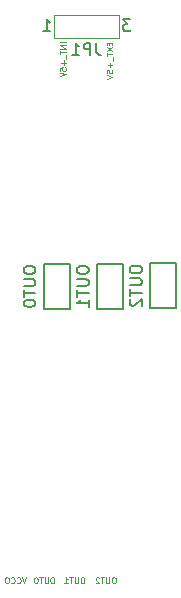
<source format=gbr>
G04 #@! TF.GenerationSoftware,KiCad,Pcbnew,(5.1.5)-3*
G04 #@! TF.CreationDate,2020-06-15T12:52:53-05:00*
G04 #@! TF.ProjectId,LightDriverShieldVer1,4c696768-7444-4726-9976-657253686965,rev?*
G04 #@! TF.SameCoordinates,Original*
G04 #@! TF.FileFunction,Legend,Bot*
G04 #@! TF.FilePolarity,Positive*
%FSLAX46Y46*%
G04 Gerber Fmt 4.6, Leading zero omitted, Abs format (unit mm)*
G04 Created by KiCad (PCBNEW (5.1.5)-3) date 2020-06-15 12:52:53*
%MOMM*%
%LPD*%
G04 APERTURE LIST*
%ADD10C,0.100000*%
%ADD11C,0.150000*%
%ADD12C,0.120000*%
G04 APERTURE END LIST*
D10*
X109464285Y-93411904D02*
X109464285Y-93578571D01*
X109726190Y-93650000D02*
X109726190Y-93411904D01*
X109226190Y-93411904D01*
X109226190Y-93650000D01*
X109226190Y-93816666D02*
X109726190Y-94150000D01*
X109226190Y-94150000D02*
X109726190Y-93816666D01*
X109226190Y-94269047D02*
X109226190Y-94554761D01*
X109726190Y-94411904D02*
X109226190Y-94411904D01*
X109773809Y-94602380D02*
X109773809Y-94983333D01*
X109535714Y-95102380D02*
X109535714Y-95483333D01*
X109726190Y-95292857D02*
X109345238Y-95292857D01*
X109226190Y-95959523D02*
X109226190Y-95721428D01*
X109464285Y-95697619D01*
X109440476Y-95721428D01*
X109416666Y-95769047D01*
X109416666Y-95888095D01*
X109440476Y-95935714D01*
X109464285Y-95959523D01*
X109511904Y-95983333D01*
X109630952Y-95983333D01*
X109678571Y-95959523D01*
X109702380Y-95935714D01*
X109726190Y-95888095D01*
X109726190Y-95769047D01*
X109702380Y-95721428D01*
X109678571Y-95697619D01*
X109226190Y-96126190D02*
X109726190Y-96292857D01*
X109226190Y-96459523D01*
X105776190Y-93395238D02*
X105276190Y-93395238D01*
X105776190Y-93633333D02*
X105276190Y-93633333D01*
X105776190Y-93919047D01*
X105276190Y-93919047D01*
X105276190Y-94085714D02*
X105276190Y-94371428D01*
X105776190Y-94228571D02*
X105276190Y-94228571D01*
X105823809Y-94419047D02*
X105823809Y-94800000D01*
X105585714Y-94919047D02*
X105585714Y-95300000D01*
X105776190Y-95109523D02*
X105395238Y-95109523D01*
X105276190Y-95776190D02*
X105276190Y-95538095D01*
X105514285Y-95514285D01*
X105490476Y-95538095D01*
X105466666Y-95585714D01*
X105466666Y-95704761D01*
X105490476Y-95752380D01*
X105514285Y-95776190D01*
X105561904Y-95800000D01*
X105680952Y-95800000D01*
X105728571Y-95776190D01*
X105752380Y-95752380D01*
X105776190Y-95704761D01*
X105776190Y-95585714D01*
X105752380Y-95538095D01*
X105728571Y-95514285D01*
X105276190Y-95942857D02*
X105776190Y-96109523D01*
X105276190Y-96276190D01*
X102428571Y-138676190D02*
X102261904Y-139176190D01*
X102095238Y-138676190D01*
X101642857Y-139128571D02*
X101666666Y-139152380D01*
X101738095Y-139176190D01*
X101785714Y-139176190D01*
X101857142Y-139152380D01*
X101904761Y-139104761D01*
X101928571Y-139057142D01*
X101952380Y-138961904D01*
X101952380Y-138890476D01*
X101928571Y-138795238D01*
X101904761Y-138747619D01*
X101857142Y-138700000D01*
X101785714Y-138676190D01*
X101738095Y-138676190D01*
X101666666Y-138700000D01*
X101642857Y-138723809D01*
X101142857Y-139128571D02*
X101166666Y-139152380D01*
X101238095Y-139176190D01*
X101285714Y-139176190D01*
X101357142Y-139152380D01*
X101404761Y-139104761D01*
X101428571Y-139057142D01*
X101452380Y-138961904D01*
X101452380Y-138890476D01*
X101428571Y-138795238D01*
X101404761Y-138747619D01*
X101357142Y-138700000D01*
X101285714Y-138676190D01*
X101238095Y-138676190D01*
X101166666Y-138700000D01*
X101142857Y-138723809D01*
X100833333Y-138676190D02*
X100738095Y-138676190D01*
X100690476Y-138700000D01*
X100642857Y-138747619D01*
X100619047Y-138842857D01*
X100619047Y-139009523D01*
X100642857Y-139104761D01*
X100690476Y-139152380D01*
X100738095Y-139176190D01*
X100833333Y-139176190D01*
X100880952Y-139152380D01*
X100928571Y-139104761D01*
X100952380Y-139009523D01*
X100952380Y-138842857D01*
X100928571Y-138747619D01*
X100880952Y-138700000D01*
X100833333Y-138676190D01*
X109888095Y-138676190D02*
X109792857Y-138676190D01*
X109745238Y-138700000D01*
X109697619Y-138747619D01*
X109673809Y-138842857D01*
X109673809Y-139009523D01*
X109697619Y-139104761D01*
X109745238Y-139152380D01*
X109792857Y-139176190D01*
X109888095Y-139176190D01*
X109935714Y-139152380D01*
X109983333Y-139104761D01*
X110007142Y-139009523D01*
X110007142Y-138842857D01*
X109983333Y-138747619D01*
X109935714Y-138700000D01*
X109888095Y-138676190D01*
X109459523Y-138676190D02*
X109459523Y-139080952D01*
X109435714Y-139128571D01*
X109411904Y-139152380D01*
X109364285Y-139176190D01*
X109269047Y-139176190D01*
X109221428Y-139152380D01*
X109197619Y-139128571D01*
X109173809Y-139080952D01*
X109173809Y-138676190D01*
X109007142Y-138676190D02*
X108721428Y-138676190D01*
X108864285Y-139176190D02*
X108864285Y-138676190D01*
X108578571Y-138723809D02*
X108554761Y-138700000D01*
X108507142Y-138676190D01*
X108388095Y-138676190D01*
X108340476Y-138700000D01*
X108316666Y-138723809D01*
X108292857Y-138771428D01*
X108292857Y-138819047D01*
X108316666Y-138890476D01*
X108602380Y-139176190D01*
X108292857Y-139176190D01*
X107238095Y-138676190D02*
X107142857Y-138676190D01*
X107095238Y-138700000D01*
X107047619Y-138747619D01*
X107023809Y-138842857D01*
X107023809Y-139009523D01*
X107047619Y-139104761D01*
X107095238Y-139152380D01*
X107142857Y-139176190D01*
X107238095Y-139176190D01*
X107285714Y-139152380D01*
X107333333Y-139104761D01*
X107357142Y-139009523D01*
X107357142Y-138842857D01*
X107333333Y-138747619D01*
X107285714Y-138700000D01*
X107238095Y-138676190D01*
X106809523Y-138676190D02*
X106809523Y-139080952D01*
X106785714Y-139128571D01*
X106761904Y-139152380D01*
X106714285Y-139176190D01*
X106619047Y-139176190D01*
X106571428Y-139152380D01*
X106547619Y-139128571D01*
X106523809Y-139080952D01*
X106523809Y-138676190D01*
X106357142Y-138676190D02*
X106071428Y-138676190D01*
X106214285Y-139176190D02*
X106214285Y-138676190D01*
X105642857Y-139176190D02*
X105928571Y-139176190D01*
X105785714Y-139176190D02*
X105785714Y-138676190D01*
X105833333Y-138747619D01*
X105880952Y-138795238D01*
X105928571Y-138819047D01*
X104688095Y-138676190D02*
X104592857Y-138676190D01*
X104545238Y-138700000D01*
X104497619Y-138747619D01*
X104473809Y-138842857D01*
X104473809Y-139009523D01*
X104497619Y-139104761D01*
X104545238Y-139152380D01*
X104592857Y-139176190D01*
X104688095Y-139176190D01*
X104735714Y-139152380D01*
X104783333Y-139104761D01*
X104807142Y-139009523D01*
X104807142Y-138842857D01*
X104783333Y-138747619D01*
X104735714Y-138700000D01*
X104688095Y-138676190D01*
X104259523Y-138676190D02*
X104259523Y-139080952D01*
X104235714Y-139128571D01*
X104211904Y-139152380D01*
X104164285Y-139176190D01*
X104069047Y-139176190D01*
X104021428Y-139152380D01*
X103997619Y-139128571D01*
X103973809Y-139080952D01*
X103973809Y-138676190D01*
X103807142Y-138676190D02*
X103521428Y-138676190D01*
X103664285Y-139176190D02*
X103664285Y-138676190D01*
X103259523Y-138676190D02*
X103211904Y-138676190D01*
X103164285Y-138700000D01*
X103140476Y-138723809D01*
X103116666Y-138771428D01*
X103092857Y-138866666D01*
X103092857Y-138985714D01*
X103116666Y-139080952D01*
X103140476Y-139128571D01*
X103164285Y-139152380D01*
X103211904Y-139176190D01*
X103259523Y-139176190D01*
X103307142Y-139152380D01*
X103330952Y-139128571D01*
X103354761Y-139080952D01*
X103378571Y-138985714D01*
X103378571Y-138866666D01*
X103354761Y-138771428D01*
X103330952Y-138723809D01*
X103307142Y-138700000D01*
X103259523Y-138676190D01*
D11*
X106100000Y-112150000D02*
X103900000Y-112150000D01*
X106100000Y-115950000D02*
X106100000Y-112150000D01*
X103900000Y-115950000D02*
X106100000Y-115950000D01*
X103900000Y-112150000D02*
X103900000Y-115950000D01*
X110600000Y-112150000D02*
X108400000Y-112150000D01*
X110600000Y-115950000D02*
X110600000Y-112150000D01*
X108400000Y-115950000D02*
X110600000Y-115950000D01*
X108400000Y-112150000D02*
X108400000Y-115950000D01*
X115100000Y-112100000D02*
X112900000Y-112100000D01*
X115100000Y-115900000D02*
X115100000Y-112100000D01*
X112900000Y-115900000D02*
X115100000Y-115900000D01*
X112900000Y-112100000D02*
X112900000Y-115900000D01*
D12*
X104750000Y-93000000D02*
X110250000Y-93000000D01*
X110250000Y-93000000D02*
X110250000Y-91050000D01*
X110250000Y-91050000D02*
X104750000Y-91050000D01*
X104750000Y-91050000D02*
X104750000Y-93000000D01*
D11*
X102202380Y-112573809D02*
X102202380Y-112764285D01*
X102250000Y-112859523D01*
X102345238Y-112954761D01*
X102535714Y-113002380D01*
X102869047Y-113002380D01*
X103059523Y-112954761D01*
X103154761Y-112859523D01*
X103202380Y-112764285D01*
X103202380Y-112573809D01*
X103154761Y-112478571D01*
X103059523Y-112383333D01*
X102869047Y-112335714D01*
X102535714Y-112335714D01*
X102345238Y-112383333D01*
X102250000Y-112478571D01*
X102202380Y-112573809D01*
X102202380Y-113430952D02*
X103011904Y-113430952D01*
X103107142Y-113478571D01*
X103154761Y-113526190D01*
X103202380Y-113621428D01*
X103202380Y-113811904D01*
X103154761Y-113907142D01*
X103107142Y-113954761D01*
X103011904Y-114002380D01*
X102202380Y-114002380D01*
X102202380Y-114335714D02*
X102202380Y-114907142D01*
X103202380Y-114621428D02*
X102202380Y-114621428D01*
X102202380Y-115430952D02*
X102202380Y-115526190D01*
X102250000Y-115621428D01*
X102297619Y-115669047D01*
X102392857Y-115716666D01*
X102583333Y-115764285D01*
X102821428Y-115764285D01*
X103011904Y-115716666D01*
X103107142Y-115669047D01*
X103154761Y-115621428D01*
X103202380Y-115526190D01*
X103202380Y-115430952D01*
X103154761Y-115335714D01*
X103107142Y-115288095D01*
X103011904Y-115240476D01*
X102821428Y-115192857D01*
X102583333Y-115192857D01*
X102392857Y-115240476D01*
X102297619Y-115288095D01*
X102250000Y-115335714D01*
X102202380Y-115430952D01*
X106702380Y-112573809D02*
X106702380Y-112764285D01*
X106750000Y-112859523D01*
X106845238Y-112954761D01*
X107035714Y-113002380D01*
X107369047Y-113002380D01*
X107559523Y-112954761D01*
X107654761Y-112859523D01*
X107702380Y-112764285D01*
X107702380Y-112573809D01*
X107654761Y-112478571D01*
X107559523Y-112383333D01*
X107369047Y-112335714D01*
X107035714Y-112335714D01*
X106845238Y-112383333D01*
X106750000Y-112478571D01*
X106702380Y-112573809D01*
X106702380Y-113430952D02*
X107511904Y-113430952D01*
X107607142Y-113478571D01*
X107654761Y-113526190D01*
X107702380Y-113621428D01*
X107702380Y-113811904D01*
X107654761Y-113907142D01*
X107607142Y-113954761D01*
X107511904Y-114002380D01*
X106702380Y-114002380D01*
X106702380Y-114335714D02*
X106702380Y-114907142D01*
X107702380Y-114621428D02*
X106702380Y-114621428D01*
X107702380Y-115764285D02*
X107702380Y-115192857D01*
X107702380Y-115478571D02*
X106702380Y-115478571D01*
X106845238Y-115383333D01*
X106940476Y-115288095D01*
X106988095Y-115192857D01*
X111202380Y-112523809D02*
X111202380Y-112714285D01*
X111250000Y-112809523D01*
X111345238Y-112904761D01*
X111535714Y-112952380D01*
X111869047Y-112952380D01*
X112059523Y-112904761D01*
X112154761Y-112809523D01*
X112202380Y-112714285D01*
X112202380Y-112523809D01*
X112154761Y-112428571D01*
X112059523Y-112333333D01*
X111869047Y-112285714D01*
X111535714Y-112285714D01*
X111345238Y-112333333D01*
X111250000Y-112428571D01*
X111202380Y-112523809D01*
X111202380Y-113380952D02*
X112011904Y-113380952D01*
X112107142Y-113428571D01*
X112154761Y-113476190D01*
X112202380Y-113571428D01*
X112202380Y-113761904D01*
X112154761Y-113857142D01*
X112107142Y-113904761D01*
X112011904Y-113952380D01*
X111202380Y-113952380D01*
X111202380Y-114285714D02*
X111202380Y-114857142D01*
X112202380Y-114571428D02*
X111202380Y-114571428D01*
X111297619Y-115142857D02*
X111250000Y-115190476D01*
X111202380Y-115285714D01*
X111202380Y-115523809D01*
X111250000Y-115619047D01*
X111297619Y-115666666D01*
X111392857Y-115714285D01*
X111488095Y-115714285D01*
X111630952Y-115666666D01*
X112202380Y-115095238D01*
X112202380Y-115714285D01*
X108333333Y-93452380D02*
X108333333Y-94166666D01*
X108380952Y-94309523D01*
X108476190Y-94404761D01*
X108619047Y-94452380D01*
X108714285Y-94452380D01*
X107857142Y-94452380D02*
X107857142Y-93452380D01*
X107476190Y-93452380D01*
X107380952Y-93500000D01*
X107333333Y-93547619D01*
X107285714Y-93642857D01*
X107285714Y-93785714D01*
X107333333Y-93880952D01*
X107380952Y-93928571D01*
X107476190Y-93976190D01*
X107857142Y-93976190D01*
X106333333Y-94452380D02*
X106904761Y-94452380D01*
X106619047Y-94452380D02*
X106619047Y-93452380D01*
X106714285Y-93595238D01*
X106809523Y-93690476D01*
X106904761Y-93738095D01*
X103864285Y-92452380D02*
X104435714Y-92452380D01*
X104150000Y-92452380D02*
X104150000Y-91452380D01*
X104245238Y-91595238D01*
X104340476Y-91690476D01*
X104435714Y-91738095D01*
X111233333Y-91452380D02*
X110614285Y-91452380D01*
X110947619Y-91833333D01*
X110804761Y-91833333D01*
X110709523Y-91880952D01*
X110661904Y-91928571D01*
X110614285Y-92023809D01*
X110614285Y-92261904D01*
X110661904Y-92357142D01*
X110709523Y-92404761D01*
X110804761Y-92452380D01*
X111090476Y-92452380D01*
X111185714Y-92404761D01*
X111233333Y-92357142D01*
M02*

</source>
